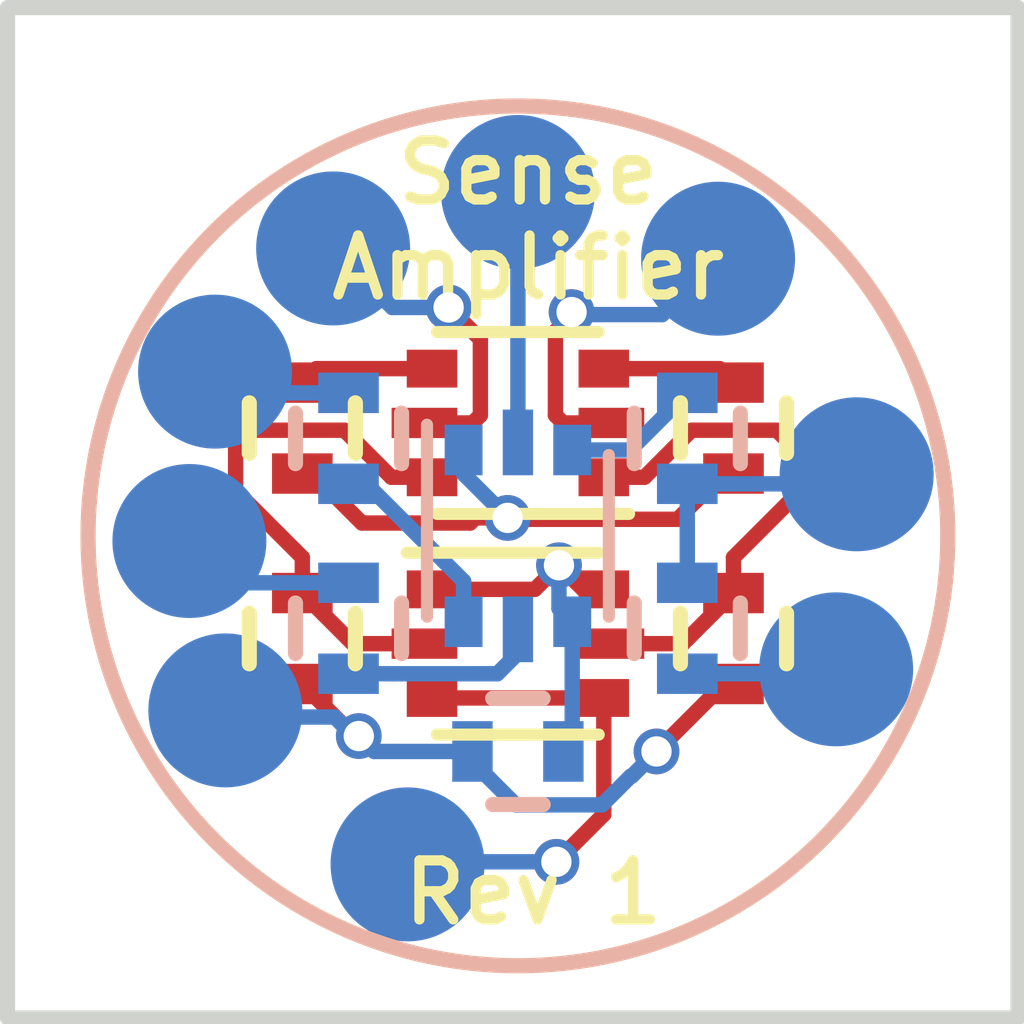
<source format=kicad_pcb>
(kicad_pcb (version 20170123) (host pcbnew "(2017-11-18 revision c56498295)-multipart_export")

  (general
    (links 27)
    (no_connects 0)
    (area 120.008867 69.5751 136.734334 83.2647)
    (thickness 1.6)
    (drawings 8)
    (tracks 106)
    (zones 0)
    (modules 21)
    (nets 19)
  )

  (page A4)
  (layers
    (0 F.Cu signal)
    (31 B.Cu signal)
    (32 B.Adhes user)
    (33 F.Adhes user)
    (34 B.Paste user)
    (35 F.Paste user)
    (36 B.SilkS user)
    (37 F.SilkS user)
    (38 B.Mask user)
    (39 F.Mask user)
    (40 Dwgs.User user)
    (41 Cmts.User user)
    (42 Eco1.User user)
    (43 Eco2.User user)
    (44 Edge.Cuts user)
    (45 Margin user)
    (46 B.CrtYd user)
    (47 F.CrtYd user)
    (48 B.Fab user hide)
    (49 F.Fab user hide)
  )

  (setup
    (last_trace_width 0.1524)
    (trace_clearance 0.1524)
    (zone_clearance 0.508)
    (zone_45_only no)
    (trace_min 0.1524)
    (segment_width 0.15)
    (edge_width 0.15)
    (via_size 0.4524)
    (via_drill 0.3)
    (via_min_size 0.4524)
    (via_min_drill 0.3)
    (uvia_size 0.3)
    (uvia_drill 0.1)
    (uvias_allowed no)
    (uvia_min_size 0.2)
    (uvia_min_drill 0.1)
    (pcb_text_width 0.3)
    (pcb_text_size 1.5 1.5)
    (mod_edge_width 0.15)
    (mod_text_size 1 1)
    (mod_text_width 0.15)
    (pad_size 0.4 0.6)
    (pad_drill 0)
    (pad_to_mask_clearance 0.2)
    (aux_axis_origin 0 0)
    (visible_elements FFFFFF7F)
    (pcbplotparams
      (layerselection 0x00030_ffffffff)
      (usegerberextensions false)
      (excludeedgelayer true)
      (linewidth 0.100000)
      (plotframeref false)
      (viasonmask false)
      (mode 1)
      (useauxorigin false)
      (hpglpennumber 1)
      (hpglpenspeed 20)
      (hpglpendiameter 15)
      (psnegative false)
      (psa4output false)
      (plotreference true)
      (plotvalue true)
      (plotinvisibletext false)
      (padsonsilk false)
      (subtractmaskfromsilk false)
      (outputformat 1)
      (mirror false)
      (drillshape 1)
      (scaleselection 1)
      (outputdirectory ""))
  )

  (net 0 "")
  (net 1 "Net-(P1-Pad1)")
  (net 2 "Net-(P2-Pad1)")
  (net 3 "Net-(P3-Pad1)")
  (net 4 "Net-(P4-Pad1)")
  (net 5 "Net-(P6-Pad1)")
  (net 6 "Net-(P7-Pad1)")
  (net 7 "Net-(P8-Pad1)")
  (net 8 "Net-(P9-Pad1)")
  (net 9 "Net-(P10-Pad1)")
  (net 10 "Net-(Q1-Pad1)")
  (net 11 "Net-(Q1-Pad3)")
  (net 12 "Net-(Q1-Pad4)")
  (net 13 "Net-(Q1-Pad6)")
  (net 14 "Net-(Q3-Pad3)")
  (net 15 "Net-(Q3-Pad1)")
  (net 16 "Net-(Q3-Pad5)")
  (net 17 "Net-(Q3-Pad4)")
  (net 18 "Net-(Q3-Pad6)")

  (net_class Default "This is the default net class."
    (clearance 0.1524)
    (trace_width 0.1524)
    (via_dia 0.4524)
    (via_drill 0.3)
    (uvia_dia 0.3)
    (uvia_drill 0.1)
    (add_net "Net-(P1-Pad1)")
    (add_net "Net-(P10-Pad1)")
    (add_net "Net-(P2-Pad1)")
    (add_net "Net-(P3-Pad1)")
    (add_net "Net-(P4-Pad1)")
    (add_net "Net-(P6-Pad1)")
    (add_net "Net-(P7-Pad1)")
    (add_net "Net-(P8-Pad1)")
    (add_net "Net-(P9-Pad1)")
    (add_net "Net-(Q1-Pad1)")
    (add_net "Net-(Q1-Pad3)")
    (add_net "Net-(Q1-Pad4)")
    (add_net "Net-(Q1-Pad6)")
    (add_net "Net-(Q3-Pad1)")
    (add_net "Net-(Q3-Pad3)")
    (add_net "Net-(Q3-Pad4)")
    (add_net "Net-(Q3-Pad5)")
    (add_net "Net-(Q3-Pad6)")
  )

  (module Resistors_SMD:R_0402 (layer F.Cu) (tedit 5B24A28D) (tstamp 5B22659D)
    (at 129.1844 77.4446 90)
    (descr "Resistor SMD 0402, reflow soldering, Vishay (see dcrcw.pdf)")
    (tags "resistor 0402")
    (path /5B2096F3)
    (attr smd)
    (fp_text reference R1 (at 0 -1.8 90) (layer F.SilkS) hide
      (effects (font (size 1 1) (thickness 0.15)))
    )
    (fp_text value 5k (at 0 1.8 90) (layer F.Fab)
      (effects (font (size 1 1) (thickness 0.15)))
    )
    (fp_line (start -0.25 0.525) (end 0.25 0.525) (layer F.SilkS) (width 0.15))
    (fp_line (start 0.25 -0.525) (end -0.25 -0.525) (layer F.SilkS) (width 0.15))
    (fp_line (start 0.95 -0.65) (end 0.95 0.65) (layer F.CrtYd) (width 0.05))
    (fp_line (start -0.95 -0.65) (end -0.95 0.65) (layer F.CrtYd) (width 0.05))
    (fp_line (start -0.95 0.65) (end 0.95 0.65) (layer F.CrtYd) (width 0.05))
    (fp_line (start -0.95 -0.65) (end 0.95 -0.65) (layer F.CrtYd) (width 0.05))
    (pad 2 smd rect (at 0.45 0 90) (size 0.4 0.6) (layers F.Cu F.Paste F.Mask)
      (net 10 "Net-(Q1-Pad1)"))
    (pad 1 smd rect (at -0.45 0 90) (size 0.4 0.6) (layers F.Cu F.Paste F.Mask)
      (net 9 "Net-(P10-Pad1)"))
    (model Resistors_SMD.3dshapes/R_0402.wrl
      (at (xyz 0 0 0))
      (scale (xyz 1 1 1))
      (rotate (xyz 0 0 0))
    )
  )

  (module Resistors_SMD:R_0402 (layer F.Cu) (tedit 5B254E36) (tstamp 5B2265A9)
    (at 124.9172 77.4446 90)
    (descr "Resistor SMD 0402, reflow soldering, Vishay (see dcrcw.pdf)")
    (tags "resistor 0402")
    (path /5B2096F9)
    (attr smd)
    (fp_text reference R2 (at 0 -1.8 90) (layer F.SilkS) hide
      (effects (font (size 1 1) (thickness 0.15)))
    )
    (fp_text value 5k (at 0 1.8 90) (layer F.Fab)
      (effects (font (size 1 1) (thickness 0.15)))
    )
    (fp_line (start -0.95 -0.65) (end 0.95 -0.65) (layer F.CrtYd) (width 0.05))
    (fp_line (start -0.95 0.65) (end 0.95 0.65) (layer F.CrtYd) (width 0.05))
    (fp_line (start -0.95 -0.65) (end -0.95 0.65) (layer F.CrtYd) (width 0.05))
    (fp_line (start 0.95 -0.65) (end 0.95 0.65) (layer F.CrtYd) (width 0.05))
    (fp_line (start 0.25 -0.525) (end -0.25 -0.525) (layer F.SilkS) (width 0.15))
    (fp_line (start -0.25 0.525) (end 0.25 0.525) (layer F.SilkS) (width 0.15))
    (pad 1 smd rect (at -0.45 0 90) (size 0.4 0.6) (layers F.Cu F.Paste F.Mask)
      (net 9 "Net-(P10-Pad1)"))
    (pad 2 smd rect (at 0.45 0 90) (size 0.4 0.6) (layers F.Cu F.Paste F.Mask)
      (net 13 "Net-(Q1-Pad6)"))
    (model Resistors_SMD.3dshapes/R_0402.wrl
      (at (xyz 0 0 0))
      (scale (xyz 1 1 1))
      (rotate (xyz 0 0 0))
    )
  )

  (module Resistors_SMD:R_0402 (layer F.Cu) (tedit 5B24A286) (tstamp 5B2265B5)
    (at 129.1844 75.3618 270)
    (descr "Resistor SMD 0402, reflow soldering, Vishay (see dcrcw.pdf)")
    (tags "resistor 0402")
    (path /5B208F30)
    (attr smd)
    (fp_text reference R3 (at 0 -1.8 270) (layer F.SilkS) hide
      (effects (font (size 1 1) (thickness 0.15)))
    )
    (fp_text value 10 (at 0 1.8 270) (layer F.Fab)
      (effects (font (size 1 1) (thickness 0.15)))
    )
    (fp_line (start -0.95 -0.65) (end 0.95 -0.65) (layer F.CrtYd) (width 0.05))
    (fp_line (start -0.95 0.65) (end 0.95 0.65) (layer F.CrtYd) (width 0.05))
    (fp_line (start -0.95 -0.65) (end -0.95 0.65) (layer F.CrtYd) (width 0.05))
    (fp_line (start 0.95 -0.65) (end 0.95 0.65) (layer F.CrtYd) (width 0.05))
    (fp_line (start 0.25 -0.525) (end -0.25 -0.525) (layer F.SilkS) (width 0.15))
    (fp_line (start -0.25 0.525) (end 0.25 0.525) (layer F.SilkS) (width 0.15))
    (pad 1 smd rect (at -0.45 0 270) (size 0.4 0.6) (layers F.Cu F.Paste F.Mask)
      (net 11 "Net-(Q1-Pad3)"))
    (pad 2 smd rect (at 0.45 0 270) (size 0.4 0.6) (layers F.Cu F.Paste F.Mask)
      (net 15 "Net-(Q3-Pad1)"))
    (model Resistors_SMD.3dshapes/R_0402.wrl
      (at (xyz 0 0 0))
      (scale (xyz 1 1 1))
      (rotate (xyz 0 0 0))
    )
  )

  (module Resistors_SMD:R_0402 (layer F.Cu) (tedit 5B24A27D) (tstamp 5B2265C1)
    (at 124.9172 75.3618 270)
    (descr "Resistor SMD 0402, reflow soldering, Vishay (see dcrcw.pdf)")
    (tags "resistor 0402")
    (path /5B208FE3)
    (attr smd)
    (fp_text reference R4 (at 0 -1.8 270) (layer F.SilkS) hide
      (effects (font (size 1 1) (thickness 0.15)))
    )
    (fp_text value 10 (at 0 1.8 270) (layer F.Fab)
      (effects (font (size 1 1) (thickness 0.15)))
    )
    (fp_line (start -0.25 0.525) (end 0.25 0.525) (layer F.SilkS) (width 0.15))
    (fp_line (start 0.25 -0.525) (end -0.25 -0.525) (layer F.SilkS) (width 0.15))
    (fp_line (start 0.95 -0.65) (end 0.95 0.65) (layer F.CrtYd) (width 0.05))
    (fp_line (start -0.95 -0.65) (end -0.95 0.65) (layer F.CrtYd) (width 0.05))
    (fp_line (start -0.95 0.65) (end 0.95 0.65) (layer F.CrtYd) (width 0.05))
    (fp_line (start -0.95 -0.65) (end 0.95 -0.65) (layer F.CrtYd) (width 0.05))
    (pad 2 smd rect (at 0.45 0 270) (size 0.4 0.6) (layers F.Cu F.Paste F.Mask)
      (net 15 "Net-(Q3-Pad1)"))
    (pad 1 smd rect (at -0.45 0 270) (size 0.4 0.6) (layers F.Cu F.Paste F.Mask)
      (net 12 "Net-(Q1-Pad4)"))
    (model Resistors_SMD.3dshapes/R_0402.wrl
      (at (xyz 0 0 0))
      (scale (xyz 1 1 1))
      (rotate (xyz 0 0 0))
    )
  )

  (module Resistors_SMD:R_0402 (layer B.Cu) (tedit 5B24A26A) (tstamp 5B2265CD)
    (at 128.7272 75.4634 270)
    (descr "Resistor SMD 0402, reflow soldering, Vishay (see dcrcw.pdf)")
    (tags "resistor 0402")
    (path /5B20BF68)
    (attr smd)
    (fp_text reference R5 (at 0 1.8 270) (layer B.SilkS) hide
      (effects (font (size 1 1) (thickness 0.15)) (justify mirror))
    )
    (fp_text value 250 (at 0 -1.8 270) (layer B.Fab)
      (effects (font (size 1 1) (thickness 0.15)) (justify mirror))
    )
    (fp_line (start -0.25 -0.525) (end 0.25 -0.525) (layer B.SilkS) (width 0.15))
    (fp_line (start 0.25 0.525) (end -0.25 0.525) (layer B.SilkS) (width 0.15))
    (fp_line (start 0.95 0.65) (end 0.95 -0.65) (layer B.CrtYd) (width 0.05))
    (fp_line (start -0.95 0.65) (end -0.95 -0.65) (layer B.CrtYd) (width 0.05))
    (fp_line (start -0.95 -0.65) (end 0.95 -0.65) (layer B.CrtYd) (width 0.05))
    (fp_line (start -0.95 0.65) (end 0.95 0.65) (layer B.CrtYd) (width 0.05))
    (pad 2 smd rect (at 0.45 0 270) (size 0.4 0.6) (layers B.Cu B.Paste B.Mask)
      (net 4 "Net-(P4-Pad1)"))
    (pad 1 smd rect (at -0.45 0 270) (size 0.4 0.6) (layers B.Cu B.Paste B.Mask)
      (net 14 "Net-(Q3-Pad3)"))
    (model Resistors_SMD.3dshapes/R_0402.wrl
      (at (xyz 0 0 0))
      (scale (xyz 1 1 1))
      (rotate (xyz 0 0 0))
    )
  )

  (module Resistors_SMD:R_0402 (layer B.Cu) (tedit 5B24A290) (tstamp 5B2265D9)
    (at 128.7272 77.343 270)
    (descr "Resistor SMD 0402, reflow soldering, Vishay (see dcrcw.pdf)")
    (tags "resistor 0402")
    (path /5B20BFDC)
    (attr smd)
    (fp_text reference R6 (at 0 1.8 270) (layer B.SilkS) hide
      (effects (font (size 1 1) (thickness 0.15)) (justify mirror))
    )
    (fp_text value 250 (at 0 -1.8 270) (layer B.Fab)
      (effects (font (size 1 1) (thickness 0.15)) (justify mirror))
    )
    (fp_line (start -0.95 0.65) (end 0.95 0.65) (layer B.CrtYd) (width 0.05))
    (fp_line (start -0.95 -0.65) (end 0.95 -0.65) (layer B.CrtYd) (width 0.05))
    (fp_line (start -0.95 0.65) (end -0.95 -0.65) (layer B.CrtYd) (width 0.05))
    (fp_line (start 0.95 0.65) (end 0.95 -0.65) (layer B.CrtYd) (width 0.05))
    (fp_line (start 0.25 0.525) (end -0.25 0.525) (layer B.SilkS) (width 0.15))
    (fp_line (start -0.25 -0.525) (end 0.25 -0.525) (layer B.SilkS) (width 0.15))
    (pad 1 smd rect (at -0.45 0 270) (size 0.4 0.6) (layers B.Cu B.Paste B.Mask)
      (net 4 "Net-(P4-Pad1)"))
    (pad 2 smd rect (at 0.45 0 270) (size 0.4 0.6) (layers B.Cu B.Paste B.Mask)
      (net 3 "Net-(P3-Pad1)"))
    (model Resistors_SMD.3dshapes/R_0402.wrl
      (at (xyz 0 0 0))
      (scale (xyz 1 1 1))
      (rotate (xyz 0 0 0))
    )
  )

  (module Resistors_SMD:R_0402 (layer B.Cu) (tedit 5B24A28A) (tstamp 5B2265E5)
    (at 125.3744 77.343 90)
    (descr "Resistor SMD 0402, reflow soldering, Vishay (see dcrcw.pdf)")
    (tags "resistor 0402")
    (path /5B20BCE3)
    (attr smd)
    (fp_text reference R7 (at 0 1.8 90) (layer B.SilkS) hide
      (effects (font (size 1 1) (thickness 0.15)) (justify mirror))
    )
    (fp_text value 5k (at 0 -1.8 90) (layer B.Fab)
      (effects (font (size 1 1) (thickness 0.15)) (justify mirror))
    )
    (fp_line (start -0.95 0.65) (end 0.95 0.65) (layer B.CrtYd) (width 0.05))
    (fp_line (start -0.95 -0.65) (end 0.95 -0.65) (layer B.CrtYd) (width 0.05))
    (fp_line (start -0.95 0.65) (end -0.95 -0.65) (layer B.CrtYd) (width 0.05))
    (fp_line (start 0.95 0.65) (end 0.95 -0.65) (layer B.CrtYd) (width 0.05))
    (fp_line (start 0.25 0.525) (end -0.25 0.525) (layer B.SilkS) (width 0.15))
    (fp_line (start -0.25 -0.525) (end 0.25 -0.525) (layer B.SilkS) (width 0.15))
    (pad 1 smd rect (at -0.45 0 90) (size 0.4 0.6) (layers B.Cu B.Paste B.Mask)
      (net 16 "Net-(Q3-Pad5)"))
    (pad 2 smd rect (at 0.45 0 90) (size 0.4 0.6) (layers B.Cu B.Paste B.Mask)
      (net 8 "Net-(P9-Pad1)"))
    (model Resistors_SMD.3dshapes/R_0402.wrl
      (at (xyz 0 0 0))
      (scale (xyz 1 1 1))
      (rotate (xyz 0 0 0))
    )
  )

  (module Resistors_SMD:R_0402 (layer B.Cu) (tedit 5B24A26E) (tstamp 5B2265F1)
    (at 125.3744 75.4634 90)
    (descr "Resistor SMD 0402, reflow soldering, Vishay (see dcrcw.pdf)")
    (tags "resistor 0402")
    (path /5B20D9E9)
    (attr smd)
    (fp_text reference R8 (at 0 1.8 90) (layer B.SilkS) hide
      (effects (font (size 1 1) (thickness 0.15)) (justify mirror))
    )
    (fp_text value 250 (at 0 -1.8 90) (layer B.Fab)
      (effects (font (size 1 1) (thickness 0.15)) (justify mirror))
    )
    (fp_line (start -0.95 0.65) (end 0.95 0.65) (layer B.CrtYd) (width 0.05))
    (fp_line (start -0.95 -0.65) (end 0.95 -0.65) (layer B.CrtYd) (width 0.05))
    (fp_line (start -0.95 0.65) (end -0.95 -0.65) (layer B.CrtYd) (width 0.05))
    (fp_line (start 0.95 0.65) (end 0.95 -0.65) (layer B.CrtYd) (width 0.05))
    (fp_line (start 0.25 0.525) (end -0.25 0.525) (layer B.SilkS) (width 0.15))
    (fp_line (start -0.25 -0.525) (end 0.25 -0.525) (layer B.SilkS) (width 0.15))
    (pad 1 smd rect (at -0.45 0 90) (size 0.4 0.6) (layers B.Cu B.Paste B.Mask)
      (net 18 "Net-(Q3-Pad6)"))
    (pad 2 smd rect (at 0.45 0 90) (size 0.4 0.6) (layers B.Cu B.Paste B.Mask)
      (net 7 "Net-(P8-Pad1)"))
    (model Resistors_SMD.3dshapes/R_0402.wrl
      (at (xyz 0 0 0))
      (scale (xyz 1 1 1))
      (rotate (xyz 0 0 0))
    )
  )

  (module Resistors_SMD:R_0402 (layer B.Cu) (tedit 5B24A2AC) (tstamp 5B2265FD)
    (at 127.0508 78.5622)
    (descr "Resistor SMD 0402, reflow soldering, Vishay (see dcrcw.pdf)")
    (tags "resistor 0402")
    (path /5B20A137)
    (attr smd)
    (fp_text reference R9 (at 0 1.8) (layer B.SilkS) hide
      (effects (font (size 1 1) (thickness 0.15)) (justify mirror))
    )
    (fp_text value 5k (at 0 -1.8) (layer B.Fab)
      (effects (font (size 1 1) (thickness 0.15)) (justify mirror))
    )
    (fp_line (start -0.25 -0.525) (end 0.25 -0.525) (layer B.SilkS) (width 0.15))
    (fp_line (start 0.25 0.525) (end -0.25 0.525) (layer B.SilkS) (width 0.15))
    (fp_line (start 0.95 0.65) (end 0.95 -0.65) (layer B.CrtYd) (width 0.05))
    (fp_line (start -0.95 0.65) (end -0.95 -0.65) (layer B.CrtYd) (width 0.05))
    (fp_line (start -0.95 -0.65) (end 0.95 -0.65) (layer B.CrtYd) (width 0.05))
    (fp_line (start -0.95 0.65) (end 0.95 0.65) (layer B.CrtYd) (width 0.05))
    (pad 2 smd rect (at 0.45 0) (size 0.4 0.6) (layers B.Cu B.Paste B.Mask)
      (net 17 "Net-(Q3-Pad4)"))
    (pad 1 smd rect (at -0.45 0) (size 0.4 0.6) (layers B.Cu B.Paste B.Mask)
      (net 9 "Net-(P10-Pad1)"))
    (model Resistors_SMD.3dshapes/R_0402.wrl
      (at (xyz 0 0 0))
      (scale (xyz 1 1 1))
      (rotate (xyz 0 0 0))
    )
  )

  (module TO_SOT_Packages_SMD2:SOT-666 (layer F.Cu) (tedit 5B24A293) (tstamp 5B227757)
    (at 127.0508 75.311 180)
    (descr SOT666)
    (tags SOT-666)
    (path /5B208B8F)
    (attr smd)
    (fp_text reference Q1 (at 0 -1.75 180) (layer F.SilkS) hide
      (effects (font (size 1 1) (thickness 0.15)))
    )
    (fp_text value DUAL_NPN_2 (at 0 1.75) (layer F.Fab)
      (effects (font (size 1 1) (thickness 0.15)))
    )
    (fp_line (start 1.5 1.1) (end 1.5 -1.1) (layer F.CrtYd) (width 0.05))
    (fp_line (start -1.5 -1.1) (end -1.5 1.1) (layer F.CrtYd) (width 0.05))
    (fp_line (start 0.65 0.85) (end -0.65 0.85) (layer F.Fab) (width 0.1))
    (fp_line (start 0.65 -0.85) (end 0.65 0.85) (layer F.Fab) (width 0.1))
    (fp_line (start -1.5 1.1) (end 1.5 1.1) (layer F.CrtYd) (width 0.05))
    (fp_line (start -0.65 -0.53) (end -0.65 0.85) (layer F.Fab) (width 0.1))
    (fp_line (start 0.65 -0.85) (end -0.33 -0.85) (layer F.Fab) (width 0.1))
    (fp_line (start -1.5 -1.1) (end 1.5 -1.1) (layer F.CrtYd) (width 0.05))
    (fp_line (start -0.8 0.9) (end 0.8 0.9) (layer F.SilkS) (width 0.12))
    (fp_line (start 0.8 -0.9) (end -1.1 -0.9) (layer F.SilkS) (width 0.12))
    (fp_line (start -0.65 -0.53) (end -0.33 -0.85) (layer F.Fab) (width 0.1))
    (fp_text user %R (at 0 0 270) (layer F.Fab)
      (effects (font (size 0.5 0.5) (thickness 0.075)))
    )
    (pad 6 smd rect (at 0.85 -0.5375 180) (size 0.5 0.375) (layers F.Cu F.Paste F.Mask)
      (net 13 "Net-(Q1-Pad6)"))
    (pad 4 smd rect (at 0.85 0.5375 180) (size 0.5 0.375) (layers F.Cu F.Paste F.Mask)
      (net 12 "Net-(Q1-Pad4)"))
    (pad 2 smd rect (at -0.925 0 180) (size 0.65 0.3) (layers F.Cu F.Paste F.Mask)
      (net 2 "Net-(P2-Pad1)"))
    (pad 5 smd rect (at 0.925 0 180) (size 0.65 0.3) (layers F.Cu F.Paste F.Mask)
      (net 6 "Net-(P7-Pad1)"))
    (pad 3 smd rect (at -0.85 0.5375 180) (size 0.5 0.375) (layers F.Cu F.Paste F.Mask)
      (net 11 "Net-(Q1-Pad3)"))
    (pad 1 smd rect (at -0.85 -0.5375 180) (size 0.5 0.375) (layers F.Cu F.Paste F.Mask)
      (net 10 "Net-(Q1-Pad1)"))
    (model ${KISYS3DMOD}/TO_SOT_Packages_SMD.3dshapes/SOT-666.wrl
      (at (xyz 0 0 0))
      (scale (xyz 1 1 1))
      (rotate (xyz 0 0 0))
    )
  )

  (module TO_SOT_Packages_SMD2:SOT-666 (layer F.Cu) (tedit 5B24A272) (tstamp 5B22776C)
    (at 127.0508 77.4954)
    (descr SOT666)
    (tags SOT-666)
    (path /5B209D63)
    (attr smd)
    (fp_text reference Q5 (at 0 -1.75) (layer F.SilkS) hide
      (effects (font (size 1 1) (thickness 0.15)))
    )
    (fp_text value DUAL_NPN_2 (at 0 1.75 180) (layer F.Fab)
      (effects (font (size 1 1) (thickness 0.15)))
    )
    (fp_text user %R (at 0 0 90) (layer F.Fab)
      (effects (font (size 0.5 0.5) (thickness 0.075)))
    )
    (fp_line (start -0.65 -0.53) (end -0.33 -0.85) (layer F.Fab) (width 0.1))
    (fp_line (start 0.8 -0.9) (end -1.1 -0.9) (layer F.SilkS) (width 0.12))
    (fp_line (start -0.8 0.9) (end 0.8 0.9) (layer F.SilkS) (width 0.12))
    (fp_line (start -1.5 -1.1) (end 1.5 -1.1) (layer F.CrtYd) (width 0.05))
    (fp_line (start 0.65 -0.85) (end -0.33 -0.85) (layer F.Fab) (width 0.1))
    (fp_line (start -0.65 -0.53) (end -0.65 0.85) (layer F.Fab) (width 0.1))
    (fp_line (start -1.5 1.1) (end 1.5 1.1) (layer F.CrtYd) (width 0.05))
    (fp_line (start 0.65 -0.85) (end 0.65 0.85) (layer F.Fab) (width 0.1))
    (fp_line (start 0.65 0.85) (end -0.65 0.85) (layer F.Fab) (width 0.1))
    (fp_line (start -1.5 -1.1) (end -1.5 1.1) (layer F.CrtYd) (width 0.05))
    (fp_line (start 1.5 1.1) (end 1.5 -1.1) (layer F.CrtYd) (width 0.05))
    (pad 1 smd rect (at -0.85 -0.5375) (size 0.5 0.375) (layers F.Cu F.Paste F.Mask)
      (net 17 "Net-(Q3-Pad4)"))
    (pad 3 smd rect (at -0.85 0.5375) (size 0.5 0.375) (layers F.Cu F.Paste F.Mask)
      (net 1 "Net-(P1-Pad1)"))
    (pad 5 smd rect (at 0.925 0) (size 0.65 0.3) (layers F.Cu F.Paste F.Mask)
      (net 10 "Net-(Q1-Pad1)"))
    (pad 2 smd rect (at -0.925 0) (size 0.65 0.3) (layers F.Cu F.Paste F.Mask)
      (net 13 "Net-(Q1-Pad6)"))
    (pad 4 smd rect (at 0.85 0.5375) (size 0.5 0.375) (layers F.Cu F.Paste F.Mask)
      (net 1 "Net-(P1-Pad1)"))
    (pad 6 smd rect (at 0.85 -0.5375) (size 0.5 0.375) (layers F.Cu F.Paste F.Mask)
      (net 17 "Net-(Q3-Pad4)"))
    (model ${KISYS3DMOD}/TO_SOT_Packages_SMD.3dshapes/SOT-666.wrl
      (at (xyz 0 0 0))
      (scale (xyz 1 1 1))
      (rotate (xyz 0 0 0))
    )
  )

  (module TO_SOT_Packages_SMD2:SOT-666 (layer B.Cu) (tedit 5B24A2D8) (tstamp 5B261AC7)
    (at 127.0508 76.4286 270)
    (descr SOT666)
    (tags SOT-666)
    (path /5B20BAA9)
    (attr smd)
    (fp_text reference Q3 (at 0 1.75 270) (layer B.SilkS) hide
      (effects (font (size 1 1) (thickness 0.15)) (justify mirror))
    )
    (fp_text value DUAL_NPN_2 (at 0 -1.75 90) (layer B.Fab)
      (effects (font (size 1 1) (thickness 0.15)) (justify mirror))
    )
    (fp_text user %R (at 0 0 180) (layer B.Fab)
      (effects (font (size 0.5 0.5) (thickness 0.075)) (justify mirror))
    )
    (fp_line (start -0.65 0.53) (end -0.33 0.85) (layer B.Fab) (width 0.1))
    (fp_line (start 0.8 0.9) (end -1.1 0.9) (layer B.SilkS) (width 0.12))
    (fp_line (start -0.8 -0.9) (end 0.8 -0.9) (layer B.SilkS) (width 0.12))
    (fp_line (start -1.5 1.1) (end 1.5 1.1) (layer B.CrtYd) (width 0.05))
    (fp_line (start 0.65 0.85) (end -0.33 0.85) (layer B.Fab) (width 0.1))
    (fp_line (start -0.65 0.53) (end -0.65 -0.85) (layer B.Fab) (width 0.1))
    (fp_line (start -1.5 -1.1) (end 1.5 -1.1) (layer B.CrtYd) (width 0.05))
    (fp_line (start 0.65 0.85) (end 0.65 -0.85) (layer B.Fab) (width 0.1))
    (fp_line (start 0.65 -0.85) (end -0.65 -0.85) (layer B.Fab) (width 0.1))
    (fp_line (start -1.5 1.1) (end -1.5 -1.1) (layer B.CrtYd) (width 0.05))
    (fp_line (start 1.5 -1.1) (end 1.5 1.1) (layer B.CrtYd) (width 0.05))
    (pad 1 smd rect (at -0.85 0.5375 270) (size 0.5 0.375) (layers B.Cu B.Paste B.Mask)
      (net 15 "Net-(Q3-Pad1)"))
    (pad 3 smd rect (at -0.85 -0.5375 270) (size 0.5 0.375) (layers B.Cu B.Paste B.Mask)
      (net 14 "Net-(Q3-Pad3)"))
    (pad 5 smd rect (at 0.925 0 270) (size 0.65 0.3) (layers B.Cu B.Paste B.Mask)
      (net 16 "Net-(Q3-Pad5)"))
    (pad 2 smd rect (at -0.925 0 270) (size 0.65 0.3) (layers B.Cu B.Paste B.Mask)
      (net 5 "Net-(P6-Pad1)"))
    (pad 4 smd rect (at 0.85 -0.5375 270) (size 0.5 0.375) (layers B.Cu B.Paste B.Mask)
      (net 17 "Net-(Q3-Pad4)"))
    (pad 6 smd rect (at 0.85 0.5375 270) (size 0.5 0.375) (layers B.Cu B.Paste B.Mask)
      (net 18 "Net-(Q3-Pad6)"))
    (model ${KISYS3DMOD}/TO_SOT_Packages_SMD.3dshapes/SOT-666.wrl
      (at (xyz 0 0 0))
      (scale (xyz 1 1 1))
      (rotate (xyz 0 0 0))
    )
  )

  (module Measurement_Points:Measurement_Point_Round-SMD-Pad_Small (layer B.Cu) (tedit 5B24A2AA) (tstamp 5B2F2A1C)
    (at 125.9586 79.6798)
    (descr "Mesurement Point, Round, SMD Pad, DM 1.5mm,")
    (tags "Mesurement Point, Round, SMD Pad, DM 1.5mm,")
    (path /5B20AD75)
    (fp_text reference P1 (at 0 2.54) (layer B.SilkS) hide
      (effects (font (size 1 1) (thickness 0.15)) (justify mirror))
    )
    (fp_text value CONN_01X01 (at 1.27 -2.54) (layer B.Fab)
      (effects (font (size 1 1) (thickness 0.15)) (justify mirror))
    )
    (pad 1 smd circle (at 0 0) (size 1.524 1.524) (layers B.Cu B.Paste B.Mask)
      (net 1 "Net-(P1-Pad1)"))
  )

  (module Measurement_Points:Measurement_Point_Round-SMD-Pad_Small (layer B.Cu) (tedit 5B24A2DC) (tstamp 5B2F2A20)
    (at 129.032 73.6854)
    (descr "Mesurement Point, Round, SMD Pad, DM 1.5mm,")
    (tags "Mesurement Point, Round, SMD Pad, DM 1.5mm,")
    (path /5B208CAB)
    (fp_text reference P2 (at 0 2.54) (layer B.SilkS) hide
      (effects (font (size 1 1) (thickness 0.15)) (justify mirror))
    )
    (fp_text value CONN_01X01 (at 1.27 -2.54) (layer B.Fab)
      (effects (font (size 1 1) (thickness 0.15)) (justify mirror))
    )
    (pad 1 smd circle (at 0 0) (size 1.524 1.524) (layers B.Cu B.Paste B.Mask)
      (net 2 "Net-(P2-Pad1)"))
  )

  (module Measurement_Points:Measurement_Point_Round-SMD-Pad_Small (layer B.Cu) (tedit 5B24A2A5) (tstamp 5B2F2A24)
    (at 130.2004 77.7494)
    (descr "Mesurement Point, Round, SMD Pad, DM 1.5mm,")
    (tags "Mesurement Point, Round, SMD Pad, DM 1.5mm,")
    (path /5B20C9AB)
    (fp_text reference P3 (at 0 2.54) (layer B.SilkS) hide
      (effects (font (size 1 1) (thickness 0.15)) (justify mirror))
    )
    (fp_text value CONN_01X01 (at 1.27 -2.54) (layer B.Fab)
      (effects (font (size 1 1) (thickness 0.15)) (justify mirror))
    )
    (pad 1 smd circle (at 0 0) (size 1.524 1.524) (layers B.Cu B.Paste B.Mask)
      (net 3 "Net-(P3-Pad1)"))
  )

  (module Measurement_Points:Measurement_Point_Round-SMD-Pad_Small (layer B.Cu) (tedit 5B24A299) (tstamp 5B2F2A28)
    (at 130.4036 75.819)
    (descr "Mesurement Point, Round, SMD Pad, DM 1.5mm,")
    (tags "Mesurement Point, Round, SMD Pad, DM 1.5mm,")
    (path /5B20C862)
    (fp_text reference P4 (at 0 2.54) (layer B.SilkS) hide
      (effects (font (size 1 1) (thickness 0.15)) (justify mirror))
    )
    (fp_text value CONN_01X01 (at 1.27 -2.54) (layer B.Fab)
      (effects (font (size 1 1) (thickness 0.15)) (justify mirror))
    )
    (pad 1 smd circle (at 0 0) (size 1.524 1.524) (layers B.Cu B.Paste B.Mask)
      (net 4 "Net-(P4-Pad1)"))
  )

  (module Measurement_Points:Measurement_Point_Round-SMD-Pad_Small (layer B.Cu) (tedit 5B24A276) (tstamp 5B2F2A2C)
    (at 127.0508 73.025)
    (descr "Mesurement Point, Round, SMD Pad, DM 1.5mm,")
    (tags "Mesurement Point, Round, SMD Pad, DM 1.5mm,")
    (path /5B20B2FB)
    (fp_text reference P6 (at 0 2.54) (layer B.SilkS) hide
      (effects (font (size 1 1) (thickness 0.15)) (justify mirror))
    )
    (fp_text value CONN_01X01 (at 1.27 -2.54) (layer B.Fab)
      (effects (font (size 1 1) (thickness 0.15)) (justify mirror))
    )
    (pad 1 smd circle (at 0 0) (size 1.524 1.524) (layers B.Cu B.Paste B.Mask)
      (net 5 "Net-(P6-Pad1)"))
  )

  (module Measurement_Points:Measurement_Point_Round-SMD-Pad_Small (layer B.Cu) (tedit 5B24A2D6) (tstamp 5B2F2A30)
    (at 125.222 73.5838)
    (descr "Mesurement Point, Round, SMD Pad, DM 1.5mm,")
    (tags "Mesurement Point, Round, SMD Pad, DM 1.5mm,")
    (path /5B2090C5)
    (fp_text reference P7 (at 0 2.54) (layer B.SilkS) hide
      (effects (font (size 1 1) (thickness 0.15)) (justify mirror))
    )
    (fp_text value CONN_01X01 (at 1.27 -2.54) (layer B.Fab)
      (effects (font (size 1 1) (thickness 0.15)) (justify mirror))
    )
    (pad 1 smd circle (at 0 0) (size 1.524 1.524) (layers B.Cu B.Paste B.Mask)
      (net 6 "Net-(P7-Pad1)"))
  )

  (module Measurement_Points:Measurement_Point_Round-SMD-Pad_Small (layer B.Cu) (tedit 5B24A29C) (tstamp 5B2F2A34)
    (at 124.0536 74.803)
    (descr "Mesurement Point, Round, SMD Pad, DM 1.5mm,")
    (tags "Mesurement Point, Round, SMD Pad, DM 1.5mm,")
    (path /5B20DA26)
    (fp_text reference P8 (at 0 2.54) (layer B.SilkS) hide
      (effects (font (size 1 1) (thickness 0.15)) (justify mirror))
    )
    (fp_text value CONN_01X01 (at 1.27 -2.54) (layer B.Fab)
      (effects (font (size 1 1) (thickness 0.15)) (justify mirror))
    )
    (pad 1 smd circle (at 0 0) (size 1.524 1.524) (layers B.Cu B.Paste B.Mask)
      (net 7 "Net-(P8-Pad1)"))
  )

  (module Measurement_Points:Measurement_Point_Round-SMD-Pad_Small (layer B.Cu) (tedit 5B24A283) (tstamp 5B2F2A38)
    (at 123.7996 76.4794)
    (descr "Mesurement Point, Round, SMD Pad, DM 1.5mm,")
    (tags "Mesurement Point, Round, SMD Pad, DM 1.5mm,")
    (path /5B20D04D)
    (fp_text reference P9 (at 0 2.54) (layer B.SilkS) hide
      (effects (font (size 1 1) (thickness 0.15)) (justify mirror))
    )
    (fp_text value CONN_01X01 (at 1.27 -2.54) (layer B.Fab)
      (effects (font (size 1 1) (thickness 0.15)) (justify mirror))
    )
    (pad 1 smd circle (at 0 0) (size 1.524 1.524) (layers B.Cu B.Paste B.Mask)
      (net 8 "Net-(P9-Pad1)"))
  )

  (module Measurement_Points:Measurement_Point_Round-SMD-Pad_Small (layer B.Cu) (tedit 5B24A2A7) (tstamp 5B2F2A3C)
    (at 124.1552 78.1558)
    (descr "Mesurement Point, Round, SMD Pad, DM 1.5mm,")
    (tags "Mesurement Point, Round, SMD Pad, DM 1.5mm,")
    (path /5B20993C)
    (fp_text reference P10 (at 0 2.54) (layer B.SilkS) hide
      (effects (font (size 1 1) (thickness 0.15)) (justify mirror))
    )
    (fp_text value CONN_01X01 (at 1.27 -2.54) (layer B.Fab)
      (effects (font (size 1 1) (thickness 0.15)) (justify mirror))
    )
    (pad 1 smd circle (at 0 0) (size 1.524 1.524) (layers B.Cu B.Paste B.Mask)
      (net 9 "Net-(P10-Pad1)"))
  )

  (gr_circle (center 127.0508 76.4286) (end 131.3053 76.4286) (layer B.SilkS) (width 0.15) (tstamp 5B2552D4))
  (gr_text "Rev 1" (at 127.2032 79.9592) (layer F.SilkS)
    (effects (font (size 0.5842 0.5842) (thickness 0.1016)))
  )
  (gr_text "Sense\nAmplifier" (at 127.1524 73.3044) (layer F.SilkS)
    (effects (font (size 0.5842 0.5842) (thickness 0.1016)))
  )
  (gr_line (start 121.999997 71.199997) (end 132.000003 71.199997) (layer Edge.Cuts) (width 0.15))
  (gr_line (start 132.000003 71.199997) (end 132.000003 81.200003) (layer Edge.Cuts) (width 0.15))
  (gr_line (start 121.999997 81.200003) (end 132.000003 81.200003) (layer Edge.Cuts) (width 0.15))
  (gr_line (start 121.999997 71.199997) (end 121.999997 81.200003) (layer Edge.Cuts) (width 0.15))
  (gr_circle (center 127.0508 76.4286) (end 131.3053 76.4286) (layer F.SilkS) (width 0.15))

  (segment (start 127.4318 79.6544) (end 125.984 79.6544) (width 0.1524) (layer B.Cu) (net 1))
  (segment (start 125.984 79.6544) (end 125.9586 79.6798) (width 0.1524) (layer B.Cu) (net 1))
  (segment (start 127.9008 78.0329) (end 127.9008 79.1854) (width 0.1524) (layer F.Cu) (net 1))
  (segment (start 127.9008 79.1854) (end 127.4318 79.6544) (width 0.1524) (layer F.Cu) (net 1))
  (via (at 127.4318 79.6544) (size 0.4524) (drill 0.3) (layers F.Cu B.Cu) (net 1))
  (segment (start 126.0856 79.5528) (end 125.9586 79.6798) (width 0.1524) (layer B.Cu) (net 1))
  (segment (start 127.9008 78.0329) (end 126.2008 78.0329) (width 0.1524) (layer F.Cu) (net 1))
  (segment (start 127.582036 74.213695) (end 127.591225 74.23867) (width 0.1524) (layer F.Cu) (net 2))
  (segment (start 127.586648 74.23867) (end 127.586648 74.218307) (width 0.1524) (layer F.Cu) (net 2))
  (segment (start 127.586648 74.218307) (end 127.582036 74.213695) (width 0.1524) (layer F.Cu) (net 2))
  (via (at 127.582036 74.213695) (size 0.4524) (drill 0.3) (layers F.Cu B.Cu) (net 2))
  (segment (start 127.591225 74.23867) (end 128.47873 74.23867) (width 0.1524) (layer B.Cu) (net 2))
  (segment (start 128.47873 74.23867) (end 129.032 73.6854) (width 0.1524) (layer B.Cu) (net 2))
  (segment (start 127.9758 75.311) (end 127.4984 75.311) (width 0.1524) (layer F.Cu) (net 2))
  (segment (start 127.4984 75.311) (end 127.422199 75.234799) (width 0.1524) (layer F.Cu) (net 2))
  (segment (start 127.422199 75.234799) (end 127.422199 74.403119) (width 0.1524) (layer F.Cu) (net 2))
  (segment (start 127.422199 74.403119) (end 127.586648 74.23867) (width 0.1524) (layer F.Cu) (net 2))
  (segment (start 128.7272 77.793) (end 130.1568 77.793) (width 0.1524) (layer B.Cu) (net 3))
  (segment (start 130.1568 77.793) (end 130.2004 77.7494) (width 0.1524) (layer B.Cu) (net 3))
  (segment (start 128.7272 75.9134) (end 130.3092 75.9134) (width 0.1524) (layer B.Cu) (net 4))
  (segment (start 130.3092 75.9134) (end 130.4036 75.819) (width 0.1524) (layer B.Cu) (net 4))
  (segment (start 128.7272 75.9134) (end 128.7272 76.893) (width 0.1524) (layer B.Cu) (net 4))
  (segment (start 127.0508 73.025) (end 127.0508 75.5036) (width 0.1524) (layer B.Cu) (net 5))
  (via (at 126.365 74.168) (size 0.4524) (drill 0.3) (layers F.Cu B.Cu) (net 6))
  (segment (start 126.365 74.168) (end 125.8062 74.168) (width 0.1524) (layer B.Cu) (net 6))
  (segment (start 125.8062 74.168) (end 125.222 73.5838) (width 0.1524) (layer B.Cu) (net 6))
  (segment (start 126.1258 75.311) (end 126.6032 75.311) (width 0.1524) (layer F.Cu) (net 6))
  (segment (start 126.6032 75.311) (end 126.679401 75.234799) (width 0.1524) (layer F.Cu) (net 6))
  (segment (start 126.679401 75.234799) (end 126.679401 74.482401) (width 0.1524) (layer F.Cu) (net 6))
  (segment (start 126.679401 74.482401) (end 126.365 74.168) (width 0.1524) (layer F.Cu) (net 6))
  (segment (start 125.3744 75.0134) (end 124.264 75.0134) (width 0.1524) (layer B.Cu) (net 7))
  (segment (start 124.264 75.0134) (end 124.0536 74.803) (width 0.1524) (layer B.Cu) (net 7))
  (segment (start 125.3744 76.893) (end 124.2132 76.893) (width 0.1524) (layer B.Cu) (net 8))
  (segment (start 124.2132 76.893) (end 123.7996 76.4794) (width 0.1524) (layer B.Cu) (net 8))
  (segment (start 125.237001 78.221601) (end 124.221001 78.221601) (width 0.1524) (layer B.Cu) (net 9))
  (segment (start 124.221001 78.221601) (end 124.1552 78.1558) (width 0.1524) (layer B.Cu) (net 9))
  (segment (start 125.476 78.4098) (end 125.4252 78.4098) (width 0.1524) (layer B.Cu) (net 9))
  (segment (start 125.4252 78.4098) (end 125.237001 78.221601) (width 0.1524) (layer B.Cu) (net 9))
  (segment (start 125.476 78.4098) (end 125.4324 78.4098) (width 0.1524) (layer F.Cu) (net 9))
  (segment (start 125.4324 78.4098) (end 124.9172 77.8946) (width 0.1524) (layer F.Cu) (net 9))
  (segment (start 126.6008 78.5622) (end 125.6284 78.5622) (width 0.1524) (layer B.Cu) (net 9))
  (segment (start 125.6284 78.5622) (end 125.476 78.4098) (width 0.1524) (layer B.Cu) (net 9))
  (via (at 125.476 78.4098) (size 0.4524) (drill 0.3) (layers F.Cu B.Cu) (net 9))
  (via (at 128.4224 78.5622) (size 0.4524) (drill 0.3) (layers F.Cu B.Cu) (net 9))
  (segment (start 124.5616 78.5622) (end 124.1552 78.1558) (width 0.1524) (layer B.Cu) (net 9))
  (segment (start 129.1844 77.8946) (end 129.09 77.8946) (width 0.1524) (layer F.Cu) (net 9))
  (segment (start 129.09 77.8946) (end 128.4224 78.5622) (width 0.1524) (layer F.Cu) (net 9))
  (segment (start 128.1684 78.806082) (end 128.178518 78.806082) (width 0.1524) (layer B.Cu) (net 9))
  (segment (start 128.178518 78.806082) (end 128.4224 78.5622) (width 0.1524) (layer B.Cu) (net 9))
  (segment (start 126.6008 78.5622) (end 126.6008 78.6622) (width 0.1524) (layer B.Cu) (net 9))
  (segment (start 126.6008 78.6622) (end 127.029401 79.090801) (width 0.1524) (layer B.Cu) (net 9))
  (segment (start 127.029401 79.090801) (end 127.883681 79.090801) (width 0.1524) (layer B.Cu) (net 9))
  (segment (start 127.883681 79.090801) (end 128.1684 78.806082) (width 0.1524) (layer B.Cu) (net 9))
  (segment (start 129.1844 76.9946) (end 128.6836 77.4954) (width 0.1524) (layer F.Cu) (net 10))
  (segment (start 128.6836 77.4954) (end 127.9758 77.4954) (width 0.1524) (layer F.Cu) (net 10))
  (segment (start 129.8448 75.6158) (end 129.8448 75.9818) (width 0.1524) (layer F.Cu) (net 10))
  (segment (start 129.8448 75.9818) (end 129.1844 76.6422) (width 0.1524) (layer F.Cu) (net 10))
  (segment (start 129.1844 76.6422) (end 129.1844 76.9946) (width 0.1524) (layer F.Cu) (net 10))
  (segment (start 129.612199 75.383199) (end 129.8448 75.6158) (width 0.1524) (layer F.Cu) (net 10))
  (segment (start 127.9008 75.8485) (end 128.3032 75.8485) (width 0.1524) (layer F.Cu) (net 10))
  (segment (start 128.3032 75.8485) (end 128.768501 75.383199) (width 0.1524) (layer F.Cu) (net 10))
  (segment (start 128.768501 75.383199) (end 129.612199 75.383199) (width 0.1524) (layer F.Cu) (net 10))
  (segment (start 127.9008 74.7735) (end 129.0461 74.7735) (width 0.1524) (layer F.Cu) (net 11))
  (segment (start 129.0461 74.7735) (end 129.1844 74.9118) (width 0.1524) (layer F.Cu) (net 11))
  (segment (start 126.2008 74.7735) (end 125.0555 74.7735) (width 0.1524) (layer F.Cu) (net 12))
  (segment (start 125.0555 74.7735) (end 124.9172 74.9118) (width 0.1524) (layer F.Cu) (net 12))
  (segment (start 124.2568 75.560718) (end 124.2568 75.9818) (width 0.1524) (layer F.Cu) (net 13))
  (segment (start 124.2568 75.9818) (end 124.9172 76.6422) (width 0.1524) (layer F.Cu) (net 13))
  (segment (start 125.333099 75.383199) (end 124.434319 75.383199) (width 0.1524) (layer F.Cu) (net 13))
  (segment (start 124.434319 75.383199) (end 124.2568 75.560718) (width 0.1524) (layer F.Cu) (net 13))
  (segment (start 125.7984 75.8485) (end 125.333099 75.383199) (width 0.1524) (layer F.Cu) (net 13))
  (segment (start 124.9172 76.9946) (end 125.418 77.4954) (width 0.1524) (layer F.Cu) (net 13))
  (segment (start 125.418 77.4954) (end 126.1258 77.4954) (width 0.1524) (layer F.Cu) (net 13))
  (segment (start 124.9172 76.6422) (end 124.9172 76.9946) (width 0.1524) (layer F.Cu) (net 13))
  (segment (start 126.2008 75.8485) (end 125.7984 75.8485) (width 0.1524) (layer F.Cu) (net 13))
  (segment (start 127.5883 75.5786) (end 128.162 75.5786) (width 0.1524) (layer B.Cu) (net 14))
  (segment (start 128.162 75.5786) (end 128.7272 75.0134) (width 0.1524) (layer B.Cu) (net 14))
  (segment (start 126.578505 76.3016) (end 126.629305 76.2508) (width 0.1524) (layer F.Cu) (net 15))
  (segment (start 126.629305 76.2508) (end 126.9492 76.2508) (width 0.1524) (layer F.Cu) (net 15))
  (segment (start 125.507 76.3016) (end 126.578505 76.3016) (width 0.1524) (layer F.Cu) (net 15))
  (segment (start 125.0172 75.8118) (end 125.507 76.3016) (width 0.1524) (layer F.Cu) (net 15))
  (segment (start 126.9492 76.2508) (end 126.5133 75.8149) (width 0.1524) (layer B.Cu) (net 15))
  (segment (start 126.5133 75.8149) (end 126.5133 75.5786) (width 0.1524) (layer B.Cu) (net 15))
  (segment (start 127.420201 76.264601) (end 126.963001 76.264601) (width 0.1524) (layer F.Cu) (net 15))
  (segment (start 126.963001 76.264601) (end 126.9492 76.2508) (width 0.1524) (layer F.Cu) (net 15))
  (via (at 126.9492 76.2508) (size 0.4524) (drill 0.3) (layers F.Cu B.Cu) (net 15))
  (segment (start 129.0844 75.8118) (end 128.631599 76.264601) (width 0.1524) (layer F.Cu) (net 15))
  (segment (start 128.631599 76.264601) (end 127.420201 76.264601) (width 0.1524) (layer F.Cu) (net 15))
  (segment (start 129.1844 75.8118) (end 129.0844 75.8118) (width 0.1524) (layer F.Cu) (net 15))
  (segment (start 124.9172 75.8118) (end 125.0172 75.8118) (width 0.1524) (layer F.Cu) (net 15))
  (segment (start 127.0508 77.3536) (end 127.0508 77.590082) (width 0.1524) (layer B.Cu) (net 16))
  (segment (start 127.0508 77.590082) (end 126.847882 77.793) (width 0.1524) (layer B.Cu) (net 16))
  (segment (start 126.847882 77.793) (end 125.8268 77.793) (width 0.1524) (layer B.Cu) (net 16))
  (segment (start 125.8268 77.793) (end 125.3744 77.793) (width 0.1524) (layer B.Cu) (net 16))
  (segment (start 126.2008 76.9579) (end 127.218701 76.9579) (width 0.1524) (layer F.Cu) (net 17))
  (segment (start 127.218701 76.9579) (end 127.4572 76.719401) (width 0.1524) (layer F.Cu) (net 17))
  (segment (start 127.4572 76.719401) (end 127.4572 77.1475) (width 0.1524) (layer B.Cu) (net 17))
  (segment (start 127.4572 77.1475) (end 127.5883 77.2786) (width 0.1524) (layer B.Cu) (net 17))
  (segment (start 127.9008 76.9579) (end 127.695699 76.9579) (width 0.1524) (layer F.Cu) (net 17))
  (segment (start 127.695699 76.9579) (end 127.4572 76.719401) (width 0.1524) (layer F.Cu) (net 17))
  (via (at 127.4572 76.719401) (size 0.4524) (drill 0.3) (layers F.Cu B.Cu) (net 17))
  (segment (start 127.5883 77.2786) (end 127.5883 78.4747) (width 0.1524) (layer B.Cu) (net 17))
  (segment (start 127.5883 78.4747) (end 127.5008 78.5622) (width 0.1524) (layer B.Cu) (net 17))
  (segment (start 126.5133 77.2786) (end 126.5133 76.8762) (width 0.1524) (layer B.Cu) (net 18))
  (segment (start 126.5133 76.8762) (end 125.5505 75.9134) (width 0.1524) (layer B.Cu) (net 18))
  (segment (start 125.5505 75.9134) (end 125.3744 75.9134) (width 0.1524) (layer B.Cu) (net 18))

)

</source>
